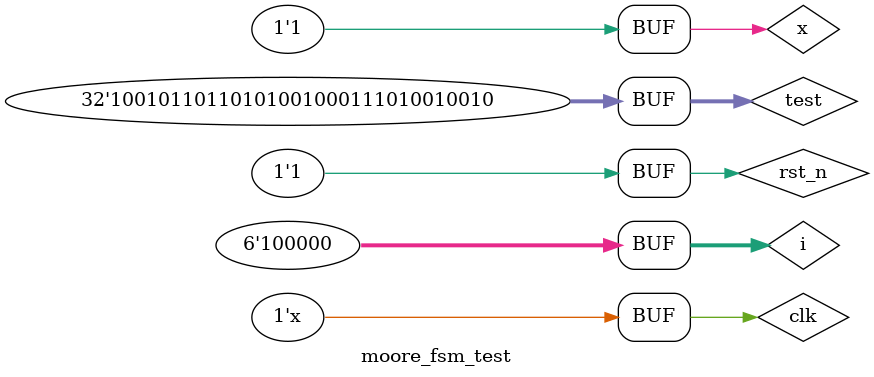
<source format=v>
`timescale 1ns / 1ps


module moore_fsm_test;

	// Inputs
	reg x;
	reg rst_n;
	reg clk;

	// Outputs
	wire y;

	reg [5:0] i;
	reg [31:0] test;

	// Instantiate the Unit Under Test (UUT)
	moore_fsm uut (
		.y(y), 
		.x(x), 
		.rst_n(rst_n), 
		.clk(clk)
	);

	initial begin
		// Initialize Inputs
		x = 0;
		rst_n = 0;
		clk = 0;

		// Wait 100 ns for global reset to finish
		#100;
        
		// Add stimulus here
		rst_n = 1;
		test = 32'b1001_0110_1101_0100_1000_1110_1001_0010;
		for (i=0; i<32; i=i+1) begin
			x = test[i];
			#20;
		end
	end
	always #10 clk = ~clk;
      
endmodule


</source>
